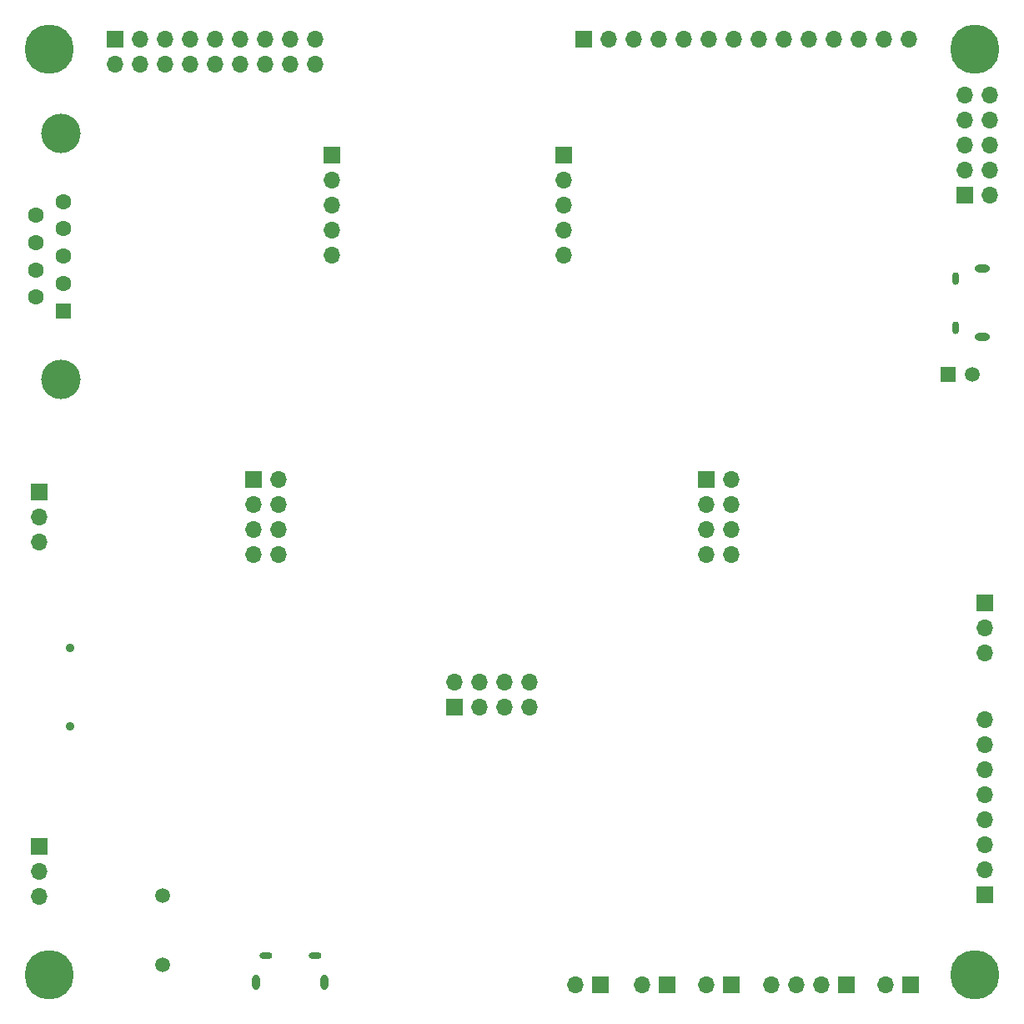
<source format=gbr>
%TF.GenerationSoftware,KiCad,Pcbnew,(6.0.0)*%
%TF.CreationDate,2022-01-12T18:34:34+03:00*%
%TF.ProjectId,UnderControl_V6,556e6465-7243-46f6-9e74-726f6c5f5636,1.6*%
%TF.SameCoordinates,Original*%
%TF.FileFunction,Soldermask,Bot*%
%TF.FilePolarity,Negative*%
%FSLAX46Y46*%
G04 Gerber Fmt 4.6, Leading zero omitted, Abs format (unit mm)*
G04 Created by KiCad (PCBNEW (6.0.0)) date 2022-01-12 18:34:34*
%MOMM*%
%LPD*%
G01*
G04 APERTURE LIST*
%ADD10O,1.700000X1.700000*%
%ADD11R,1.700000X1.700000*%
%ADD12C,0.900000*%
%ADD13C,1.600000*%
%ADD14R,1.600000X1.600000*%
%ADD15C,4.000000*%
%ADD16C,1.500000*%
%ADD17O,0.650000X1.300000*%
%ADD18O,1.550000X0.775000*%
%ADD19C,0.800000*%
%ADD20C,5.000000*%
%ADD21O,1.300000X0.650000*%
%ADD22O,0.775000X1.550000*%
%ADD23R,1.508000X1.508000*%
%ADD24C,1.508000*%
G04 APERTURE END LIST*
D10*
%TO.C,J27*%
X103320000Y-119735000D03*
X103320000Y-122275000D03*
X100780000Y-119735000D03*
X100780000Y-122275000D03*
X98240000Y-119735000D03*
X98240000Y-122275000D03*
X95700000Y-119735000D03*
D11*
X95700000Y-122275000D03*
%TD*%
D10*
%TO.C,J26*%
X123765000Y-106820000D03*
X121225000Y-106820000D03*
X123765000Y-104280000D03*
X121225000Y-104280000D03*
X123765000Y-101740000D03*
X121225000Y-101740000D03*
X123765000Y-99200000D03*
D11*
X121225000Y-99200000D03*
%TD*%
D10*
%TO.C,J25*%
X77765000Y-106820000D03*
X75225000Y-106820000D03*
X77765000Y-104280000D03*
X75225000Y-104280000D03*
X77765000Y-101740000D03*
X75225000Y-101740000D03*
X77765000Y-99200000D03*
D11*
X75225000Y-99200000D03*
%TD*%
D10*
%TO.C,J24*%
X53500000Y-141555000D03*
X53500000Y-139015000D03*
D11*
X53500000Y-136475000D03*
%TD*%
%TO.C,J23*%
X53500000Y-100460000D03*
D10*
X53500000Y-103000000D03*
X53500000Y-105540000D03*
%TD*%
%TO.C,J10*%
X139460000Y-150500000D03*
D11*
X142000000Y-150500000D03*
%TD*%
D10*
%TO.C,J12*%
X149500000Y-116830000D03*
X149500000Y-114290000D03*
D11*
X149500000Y-111750000D03*
%TD*%
D10*
%TO.C,J13*%
X106750000Y-76410000D03*
X106750000Y-73870000D03*
X106750000Y-71330000D03*
X106750000Y-68790000D03*
D11*
X106750000Y-66250000D03*
%TD*%
D12*
%TO.C,J14*%
X56600000Y-124275000D03*
X56600000Y-116275000D03*
%TD*%
D13*
%TO.C,J15*%
X53145000Y-72355000D03*
X53145000Y-75125000D03*
X53145000Y-77895000D03*
X53145000Y-80665000D03*
X55985000Y-70970000D03*
X55985000Y-73740000D03*
X55985000Y-76510000D03*
X55985000Y-79280000D03*
D14*
X55985000Y-82050000D03*
D15*
X55685000Y-89010000D03*
X55685000Y-64010000D03*
%TD*%
D10*
%TO.C,J16*%
X81570000Y-57000000D03*
X81570000Y-54460000D03*
X79030000Y-57000000D03*
X79030000Y-54460000D03*
X76490000Y-57000000D03*
X76490000Y-54460000D03*
X73950000Y-57000000D03*
X73950000Y-54460000D03*
X71410000Y-57000000D03*
X71410000Y-54460000D03*
X68870000Y-57000000D03*
X68870000Y-54460000D03*
X66330000Y-57000000D03*
X66330000Y-54460000D03*
X63790000Y-57000000D03*
X63790000Y-54460000D03*
X61250000Y-57000000D03*
D11*
X61250000Y-54460000D03*
%TD*%
D10*
%TO.C,J17*%
X141770000Y-54460000D03*
X139230000Y-54460000D03*
X136690000Y-54460000D03*
X134150000Y-54460000D03*
X131610000Y-54460000D03*
X129070000Y-54460000D03*
X126530000Y-54460000D03*
X123990000Y-54460000D03*
X121450000Y-54460000D03*
X118910000Y-54460000D03*
X116370000Y-54460000D03*
X113830000Y-54460000D03*
X111290000Y-54460000D03*
D11*
X108750000Y-54460000D03*
%TD*%
D16*
%TO.C,J22*%
X66000000Y-141445000D03*
X66000000Y-148445000D03*
%TD*%
D11*
%TO.C,J11*%
X83250000Y-66250000D03*
D10*
X83250000Y-68790000D03*
X83250000Y-71330000D03*
X83250000Y-73870000D03*
X83250000Y-76410000D03*
%TD*%
D11*
%TO.C,J3*%
X135500000Y-150500000D03*
D10*
X132960000Y-150500000D03*
X130420000Y-150500000D03*
X127880000Y-150500000D03*
%TD*%
D11*
%TO.C,J1*%
X149475000Y-141375000D03*
D10*
X149475000Y-138835000D03*
X149475000Y-136295000D03*
X149475000Y-133755000D03*
X149475000Y-131215000D03*
X149475000Y-128675000D03*
X149475000Y-126135000D03*
X149475000Y-123595000D03*
%TD*%
D11*
%TO.C,J4*%
X123775000Y-150500000D03*
D10*
X121235000Y-150500000D03*
%TD*%
D11*
%TO.C,J5*%
X117275000Y-150500000D03*
D10*
X114735000Y-150500000D03*
%TD*%
D11*
%TO.C,J9*%
X147500000Y-70350000D03*
D10*
X150040000Y-70350000D03*
X147500000Y-67810000D03*
X150040000Y-67810000D03*
X147500000Y-65270000D03*
X150040000Y-65270000D03*
X147500000Y-62730000D03*
X150040000Y-62730000D03*
X147500000Y-60190000D03*
X150040000Y-60190000D03*
%TD*%
D17*
%TO.C,J8*%
X146550000Y-83750000D03*
X146550000Y-78750000D03*
D18*
X149250000Y-84750000D03*
X149250000Y-77750000D03*
%TD*%
D19*
%TO.C,H1*%
X147174175Y-148174175D03*
X148500000Y-147625000D03*
X150375000Y-149500000D03*
X147174175Y-150825825D03*
X149825825Y-150825825D03*
D20*
X148500000Y-149500000D03*
D19*
X148500000Y-151375000D03*
X149825825Y-148174175D03*
X146625000Y-149500000D03*
%TD*%
D11*
%TO.C,J6*%
X110500000Y-150500000D03*
D10*
X107960000Y-150500000D03*
%TD*%
D19*
%TO.C,H3*%
X54500000Y-151375000D03*
X52625000Y-149500000D03*
X54500000Y-147625000D03*
X56375000Y-149500000D03*
X53174175Y-148174175D03*
X55825825Y-150825825D03*
X53174175Y-150825825D03*
X55825825Y-148174175D03*
D20*
X54500000Y-149500000D03*
%TD*%
D19*
%TO.C,H4*%
X54500000Y-53625000D03*
X53174175Y-54174175D03*
X53174175Y-56825825D03*
X56375000Y-55500000D03*
D20*
X54500000Y-55500000D03*
D19*
X55825825Y-56825825D03*
X52625000Y-55500000D03*
X54500000Y-57375000D03*
X55825825Y-54174175D03*
%TD*%
D21*
%TO.C,J7*%
X76500000Y-147550000D03*
X81500000Y-147550000D03*
D22*
X75500000Y-150250000D03*
X82500000Y-150250000D03*
%TD*%
D23*
%TO.C,J2*%
X145750000Y-88500000D03*
D24*
X148250000Y-88500000D03*
%TD*%
D19*
%TO.C,H2*%
X150375000Y-55500000D03*
X148500000Y-53625000D03*
X149825825Y-56825825D03*
D20*
X148500000Y-55500000D03*
D19*
X149825825Y-54174175D03*
X148500000Y-57375000D03*
X146625000Y-55500000D03*
X147174175Y-56825825D03*
X147174175Y-54174175D03*
%TD*%
M02*

</source>
